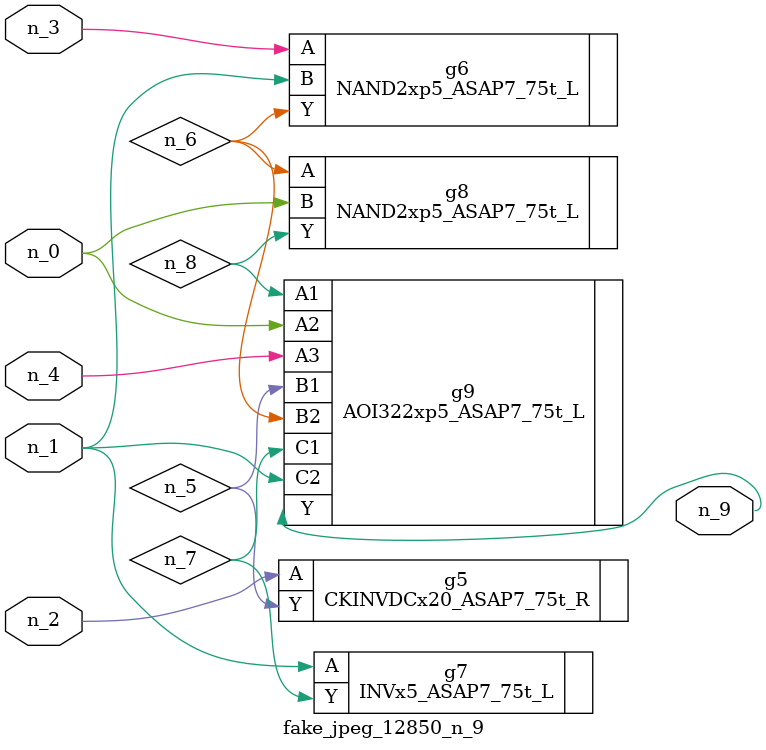
<source format=v>
module fake_jpeg_12850_n_9 (n_3, n_2, n_1, n_0, n_4, n_9);

input n_3;
input n_2;
input n_1;
input n_0;
input n_4;

output n_9;

wire n_8;
wire n_6;
wire n_5;
wire n_7;

CKINVDCx20_ASAP7_75t_R g5 ( 
.A(n_2),
.Y(n_5)
);

NAND2xp5_ASAP7_75t_L g6 ( 
.A(n_3),
.B(n_1),
.Y(n_6)
);

INVx5_ASAP7_75t_L g7 ( 
.A(n_1),
.Y(n_7)
);

NAND2xp5_ASAP7_75t_L g8 ( 
.A(n_6),
.B(n_0),
.Y(n_8)
);

AOI322xp5_ASAP7_75t_L g9 ( 
.A1(n_8),
.A2(n_0),
.A3(n_4),
.B1(n_5),
.B2(n_6),
.C1(n_7),
.C2(n_1),
.Y(n_9)
);


endmodule
</source>
